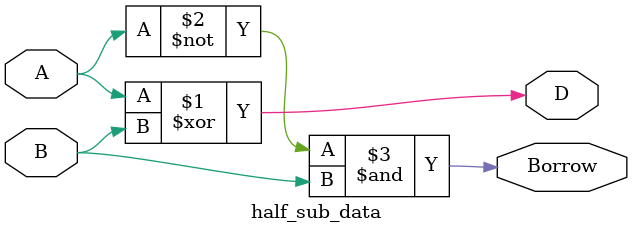
<source format=v>
module half_sub_data(
    input A,      // Minuendo
    input B,      // Subtraendo
    output D,     // Diferença (A - B)
    output Borrow // Empréstimo
);
    // Diferença é calculada como A XOR B
    assign D = A ^ B;
    // Empréstimo é calculado como NOT(A) AND B
    assign Borrow = ~A & B;
endmodule

</source>
